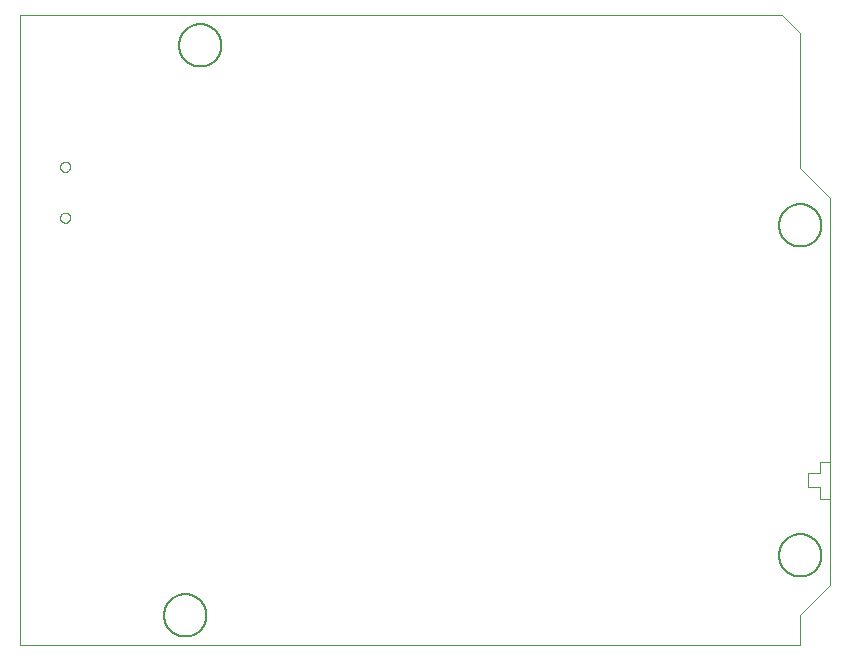
<source format=gbp>
G75*
%MOIN*%
%OFA0B0*%
%FSLAX25Y25*%
%IPPOS*%
%LPD*%
%AMOC8*
5,1,8,0,0,1.08239X$1,22.5*
%
%ADD10C,0.00000*%
%ADD11C,0.00500*%
D10*
X0015046Y0005000D02*
X0015046Y0215000D01*
X0269046Y0215000D01*
X0275046Y0209000D01*
X0275046Y0164000D01*
X0285046Y0154000D01*
X0285046Y0025000D01*
X0275046Y0015000D01*
X0275046Y0005000D01*
X0015046Y0005000D01*
X0028335Y0147520D02*
X0028337Y0147601D01*
X0028343Y0147683D01*
X0028353Y0147764D01*
X0028367Y0147844D01*
X0028384Y0147923D01*
X0028406Y0148002D01*
X0028431Y0148079D01*
X0028460Y0148156D01*
X0028493Y0148230D01*
X0028530Y0148303D01*
X0028569Y0148374D01*
X0028613Y0148443D01*
X0028659Y0148510D01*
X0028709Y0148574D01*
X0028762Y0148636D01*
X0028818Y0148696D01*
X0028876Y0148752D01*
X0028938Y0148806D01*
X0029002Y0148857D01*
X0029068Y0148904D01*
X0029136Y0148948D01*
X0029207Y0148989D01*
X0029279Y0149026D01*
X0029354Y0149060D01*
X0029429Y0149090D01*
X0029507Y0149116D01*
X0029585Y0149139D01*
X0029664Y0149157D01*
X0029744Y0149172D01*
X0029825Y0149183D01*
X0029906Y0149190D01*
X0029988Y0149193D01*
X0030069Y0149192D01*
X0030150Y0149187D01*
X0030231Y0149178D01*
X0030312Y0149165D01*
X0030392Y0149148D01*
X0030470Y0149128D01*
X0030548Y0149103D01*
X0030625Y0149075D01*
X0030700Y0149043D01*
X0030773Y0149008D01*
X0030844Y0148969D01*
X0030914Y0148926D01*
X0030981Y0148881D01*
X0031047Y0148832D01*
X0031109Y0148780D01*
X0031169Y0148724D01*
X0031226Y0148666D01*
X0031281Y0148606D01*
X0031332Y0148542D01*
X0031380Y0148477D01*
X0031425Y0148409D01*
X0031467Y0148339D01*
X0031505Y0148267D01*
X0031540Y0148193D01*
X0031571Y0148118D01*
X0031598Y0148041D01*
X0031621Y0147963D01*
X0031641Y0147884D01*
X0031657Y0147804D01*
X0031669Y0147723D01*
X0031677Y0147642D01*
X0031681Y0147561D01*
X0031681Y0147479D01*
X0031677Y0147398D01*
X0031669Y0147317D01*
X0031657Y0147236D01*
X0031641Y0147156D01*
X0031621Y0147077D01*
X0031598Y0146999D01*
X0031571Y0146922D01*
X0031540Y0146847D01*
X0031505Y0146773D01*
X0031467Y0146701D01*
X0031425Y0146631D01*
X0031380Y0146563D01*
X0031332Y0146498D01*
X0031281Y0146434D01*
X0031226Y0146374D01*
X0031169Y0146316D01*
X0031109Y0146260D01*
X0031047Y0146208D01*
X0030981Y0146159D01*
X0030914Y0146114D01*
X0030845Y0146071D01*
X0030773Y0146032D01*
X0030700Y0145997D01*
X0030625Y0145965D01*
X0030548Y0145937D01*
X0030470Y0145912D01*
X0030392Y0145892D01*
X0030312Y0145875D01*
X0030231Y0145862D01*
X0030150Y0145853D01*
X0030069Y0145848D01*
X0029988Y0145847D01*
X0029906Y0145850D01*
X0029825Y0145857D01*
X0029744Y0145868D01*
X0029664Y0145883D01*
X0029585Y0145901D01*
X0029507Y0145924D01*
X0029429Y0145950D01*
X0029354Y0145980D01*
X0029279Y0146014D01*
X0029207Y0146051D01*
X0029136Y0146092D01*
X0029068Y0146136D01*
X0029002Y0146183D01*
X0028938Y0146234D01*
X0028876Y0146288D01*
X0028818Y0146344D01*
X0028762Y0146404D01*
X0028709Y0146466D01*
X0028659Y0146530D01*
X0028613Y0146597D01*
X0028569Y0146666D01*
X0028530Y0146737D01*
X0028493Y0146810D01*
X0028460Y0146884D01*
X0028431Y0146961D01*
X0028406Y0147038D01*
X0028384Y0147117D01*
X0028367Y0147196D01*
X0028353Y0147276D01*
X0028343Y0147357D01*
X0028337Y0147439D01*
X0028335Y0147520D01*
X0028335Y0164480D02*
X0028337Y0164561D01*
X0028343Y0164643D01*
X0028353Y0164724D01*
X0028367Y0164804D01*
X0028384Y0164883D01*
X0028406Y0164962D01*
X0028431Y0165039D01*
X0028460Y0165116D01*
X0028493Y0165190D01*
X0028530Y0165263D01*
X0028569Y0165334D01*
X0028613Y0165403D01*
X0028659Y0165470D01*
X0028709Y0165534D01*
X0028762Y0165596D01*
X0028818Y0165656D01*
X0028876Y0165712D01*
X0028938Y0165766D01*
X0029002Y0165817D01*
X0029068Y0165864D01*
X0029136Y0165908D01*
X0029207Y0165949D01*
X0029279Y0165986D01*
X0029354Y0166020D01*
X0029429Y0166050D01*
X0029507Y0166076D01*
X0029585Y0166099D01*
X0029664Y0166117D01*
X0029744Y0166132D01*
X0029825Y0166143D01*
X0029906Y0166150D01*
X0029988Y0166153D01*
X0030069Y0166152D01*
X0030150Y0166147D01*
X0030231Y0166138D01*
X0030312Y0166125D01*
X0030392Y0166108D01*
X0030470Y0166088D01*
X0030548Y0166063D01*
X0030625Y0166035D01*
X0030700Y0166003D01*
X0030773Y0165968D01*
X0030844Y0165929D01*
X0030914Y0165886D01*
X0030981Y0165841D01*
X0031047Y0165792D01*
X0031109Y0165740D01*
X0031169Y0165684D01*
X0031226Y0165626D01*
X0031281Y0165566D01*
X0031332Y0165502D01*
X0031380Y0165437D01*
X0031425Y0165369D01*
X0031467Y0165299D01*
X0031505Y0165227D01*
X0031540Y0165153D01*
X0031571Y0165078D01*
X0031598Y0165001D01*
X0031621Y0164923D01*
X0031641Y0164844D01*
X0031657Y0164764D01*
X0031669Y0164683D01*
X0031677Y0164602D01*
X0031681Y0164521D01*
X0031681Y0164439D01*
X0031677Y0164358D01*
X0031669Y0164277D01*
X0031657Y0164196D01*
X0031641Y0164116D01*
X0031621Y0164037D01*
X0031598Y0163959D01*
X0031571Y0163882D01*
X0031540Y0163807D01*
X0031505Y0163733D01*
X0031467Y0163661D01*
X0031425Y0163591D01*
X0031380Y0163523D01*
X0031332Y0163458D01*
X0031281Y0163394D01*
X0031226Y0163334D01*
X0031169Y0163276D01*
X0031109Y0163220D01*
X0031047Y0163168D01*
X0030981Y0163119D01*
X0030914Y0163074D01*
X0030845Y0163031D01*
X0030773Y0162992D01*
X0030700Y0162957D01*
X0030625Y0162925D01*
X0030548Y0162897D01*
X0030470Y0162872D01*
X0030392Y0162852D01*
X0030312Y0162835D01*
X0030231Y0162822D01*
X0030150Y0162813D01*
X0030069Y0162808D01*
X0029988Y0162807D01*
X0029906Y0162810D01*
X0029825Y0162817D01*
X0029744Y0162828D01*
X0029664Y0162843D01*
X0029585Y0162861D01*
X0029507Y0162884D01*
X0029429Y0162910D01*
X0029354Y0162940D01*
X0029279Y0162974D01*
X0029207Y0163011D01*
X0029136Y0163052D01*
X0029068Y0163096D01*
X0029002Y0163143D01*
X0028938Y0163194D01*
X0028876Y0163248D01*
X0028818Y0163304D01*
X0028762Y0163364D01*
X0028709Y0163426D01*
X0028659Y0163490D01*
X0028613Y0163557D01*
X0028569Y0163626D01*
X0028530Y0163697D01*
X0028493Y0163770D01*
X0028460Y0163844D01*
X0028431Y0163921D01*
X0028406Y0163998D01*
X0028384Y0164077D01*
X0028367Y0164156D01*
X0028353Y0164236D01*
X0028343Y0164317D01*
X0028337Y0164399D01*
X0028335Y0164480D01*
X0277746Y0062300D02*
X0277746Y0057900D01*
X0281646Y0057900D01*
X0281646Y0053900D01*
X0285046Y0053900D01*
X0285046Y0053800D01*
X0281546Y0062300D02*
X0277746Y0062300D01*
X0281546Y0062300D02*
X0281546Y0066100D01*
X0285046Y0066100D01*
D11*
X0267975Y0035000D02*
X0267977Y0035174D01*
X0267984Y0035347D01*
X0267994Y0035520D01*
X0268009Y0035693D01*
X0268028Y0035866D01*
X0268052Y0036038D01*
X0268079Y0036209D01*
X0268111Y0036379D01*
X0268147Y0036549D01*
X0268187Y0036718D01*
X0268231Y0036886D01*
X0268279Y0037053D01*
X0268332Y0037218D01*
X0268388Y0037382D01*
X0268449Y0037545D01*
X0268513Y0037706D01*
X0268582Y0037865D01*
X0268654Y0038023D01*
X0268730Y0038179D01*
X0268810Y0038333D01*
X0268894Y0038485D01*
X0268981Y0038635D01*
X0269072Y0038783D01*
X0269167Y0038928D01*
X0269265Y0039072D01*
X0269367Y0039212D01*
X0269472Y0039350D01*
X0269580Y0039486D01*
X0269692Y0039619D01*
X0269807Y0039749D01*
X0269925Y0039876D01*
X0270046Y0040000D01*
X0270170Y0040121D01*
X0270297Y0040239D01*
X0270427Y0040354D01*
X0270560Y0040466D01*
X0270696Y0040574D01*
X0270834Y0040679D01*
X0270974Y0040781D01*
X0271118Y0040879D01*
X0271263Y0040974D01*
X0271411Y0041065D01*
X0271561Y0041152D01*
X0271713Y0041236D01*
X0271867Y0041316D01*
X0272023Y0041392D01*
X0272181Y0041464D01*
X0272340Y0041533D01*
X0272501Y0041597D01*
X0272664Y0041658D01*
X0272828Y0041714D01*
X0272993Y0041767D01*
X0273160Y0041815D01*
X0273328Y0041859D01*
X0273497Y0041899D01*
X0273667Y0041935D01*
X0273837Y0041967D01*
X0274008Y0041994D01*
X0274180Y0042018D01*
X0274353Y0042037D01*
X0274526Y0042052D01*
X0274699Y0042062D01*
X0274872Y0042069D01*
X0275046Y0042071D01*
X0275220Y0042069D01*
X0275393Y0042062D01*
X0275566Y0042052D01*
X0275739Y0042037D01*
X0275912Y0042018D01*
X0276084Y0041994D01*
X0276255Y0041967D01*
X0276425Y0041935D01*
X0276595Y0041899D01*
X0276764Y0041859D01*
X0276932Y0041815D01*
X0277099Y0041767D01*
X0277264Y0041714D01*
X0277428Y0041658D01*
X0277591Y0041597D01*
X0277752Y0041533D01*
X0277911Y0041464D01*
X0278069Y0041392D01*
X0278225Y0041316D01*
X0278379Y0041236D01*
X0278531Y0041152D01*
X0278681Y0041065D01*
X0278829Y0040974D01*
X0278974Y0040879D01*
X0279118Y0040781D01*
X0279258Y0040679D01*
X0279396Y0040574D01*
X0279532Y0040466D01*
X0279665Y0040354D01*
X0279795Y0040239D01*
X0279922Y0040121D01*
X0280046Y0040000D01*
X0280167Y0039876D01*
X0280285Y0039749D01*
X0280400Y0039619D01*
X0280512Y0039486D01*
X0280620Y0039350D01*
X0280725Y0039212D01*
X0280827Y0039072D01*
X0280925Y0038928D01*
X0281020Y0038783D01*
X0281111Y0038635D01*
X0281198Y0038485D01*
X0281282Y0038333D01*
X0281362Y0038179D01*
X0281438Y0038023D01*
X0281510Y0037865D01*
X0281579Y0037706D01*
X0281643Y0037545D01*
X0281704Y0037382D01*
X0281760Y0037218D01*
X0281813Y0037053D01*
X0281861Y0036886D01*
X0281905Y0036718D01*
X0281945Y0036549D01*
X0281981Y0036379D01*
X0282013Y0036209D01*
X0282040Y0036038D01*
X0282064Y0035866D01*
X0282083Y0035693D01*
X0282098Y0035520D01*
X0282108Y0035347D01*
X0282115Y0035174D01*
X0282117Y0035000D01*
X0282115Y0034826D01*
X0282108Y0034653D01*
X0282098Y0034480D01*
X0282083Y0034307D01*
X0282064Y0034134D01*
X0282040Y0033962D01*
X0282013Y0033791D01*
X0281981Y0033621D01*
X0281945Y0033451D01*
X0281905Y0033282D01*
X0281861Y0033114D01*
X0281813Y0032947D01*
X0281760Y0032782D01*
X0281704Y0032618D01*
X0281643Y0032455D01*
X0281579Y0032294D01*
X0281510Y0032135D01*
X0281438Y0031977D01*
X0281362Y0031821D01*
X0281282Y0031667D01*
X0281198Y0031515D01*
X0281111Y0031365D01*
X0281020Y0031217D01*
X0280925Y0031072D01*
X0280827Y0030928D01*
X0280725Y0030788D01*
X0280620Y0030650D01*
X0280512Y0030514D01*
X0280400Y0030381D01*
X0280285Y0030251D01*
X0280167Y0030124D01*
X0280046Y0030000D01*
X0279922Y0029879D01*
X0279795Y0029761D01*
X0279665Y0029646D01*
X0279532Y0029534D01*
X0279396Y0029426D01*
X0279258Y0029321D01*
X0279118Y0029219D01*
X0278974Y0029121D01*
X0278829Y0029026D01*
X0278681Y0028935D01*
X0278531Y0028848D01*
X0278379Y0028764D01*
X0278225Y0028684D01*
X0278069Y0028608D01*
X0277911Y0028536D01*
X0277752Y0028467D01*
X0277591Y0028403D01*
X0277428Y0028342D01*
X0277264Y0028286D01*
X0277099Y0028233D01*
X0276932Y0028185D01*
X0276764Y0028141D01*
X0276595Y0028101D01*
X0276425Y0028065D01*
X0276255Y0028033D01*
X0276084Y0028006D01*
X0275912Y0027982D01*
X0275739Y0027963D01*
X0275566Y0027948D01*
X0275393Y0027938D01*
X0275220Y0027931D01*
X0275046Y0027929D01*
X0274872Y0027931D01*
X0274699Y0027938D01*
X0274526Y0027948D01*
X0274353Y0027963D01*
X0274180Y0027982D01*
X0274008Y0028006D01*
X0273837Y0028033D01*
X0273667Y0028065D01*
X0273497Y0028101D01*
X0273328Y0028141D01*
X0273160Y0028185D01*
X0272993Y0028233D01*
X0272828Y0028286D01*
X0272664Y0028342D01*
X0272501Y0028403D01*
X0272340Y0028467D01*
X0272181Y0028536D01*
X0272023Y0028608D01*
X0271867Y0028684D01*
X0271713Y0028764D01*
X0271561Y0028848D01*
X0271411Y0028935D01*
X0271263Y0029026D01*
X0271118Y0029121D01*
X0270974Y0029219D01*
X0270834Y0029321D01*
X0270696Y0029426D01*
X0270560Y0029534D01*
X0270427Y0029646D01*
X0270297Y0029761D01*
X0270170Y0029879D01*
X0270046Y0030000D01*
X0269925Y0030124D01*
X0269807Y0030251D01*
X0269692Y0030381D01*
X0269580Y0030514D01*
X0269472Y0030650D01*
X0269367Y0030788D01*
X0269265Y0030928D01*
X0269167Y0031072D01*
X0269072Y0031217D01*
X0268981Y0031365D01*
X0268894Y0031515D01*
X0268810Y0031667D01*
X0268730Y0031821D01*
X0268654Y0031977D01*
X0268582Y0032135D01*
X0268513Y0032294D01*
X0268449Y0032455D01*
X0268388Y0032618D01*
X0268332Y0032782D01*
X0268279Y0032947D01*
X0268231Y0033114D01*
X0268187Y0033282D01*
X0268147Y0033451D01*
X0268111Y0033621D01*
X0268079Y0033791D01*
X0268052Y0033962D01*
X0268028Y0034134D01*
X0268009Y0034307D01*
X0267994Y0034480D01*
X0267984Y0034653D01*
X0267977Y0034826D01*
X0267975Y0035000D01*
X0267975Y0145000D02*
X0267977Y0145174D01*
X0267984Y0145347D01*
X0267994Y0145520D01*
X0268009Y0145693D01*
X0268028Y0145866D01*
X0268052Y0146038D01*
X0268079Y0146209D01*
X0268111Y0146379D01*
X0268147Y0146549D01*
X0268187Y0146718D01*
X0268231Y0146886D01*
X0268279Y0147053D01*
X0268332Y0147218D01*
X0268388Y0147382D01*
X0268449Y0147545D01*
X0268513Y0147706D01*
X0268582Y0147865D01*
X0268654Y0148023D01*
X0268730Y0148179D01*
X0268810Y0148333D01*
X0268894Y0148485D01*
X0268981Y0148635D01*
X0269072Y0148783D01*
X0269167Y0148928D01*
X0269265Y0149072D01*
X0269367Y0149212D01*
X0269472Y0149350D01*
X0269580Y0149486D01*
X0269692Y0149619D01*
X0269807Y0149749D01*
X0269925Y0149876D01*
X0270046Y0150000D01*
X0270170Y0150121D01*
X0270297Y0150239D01*
X0270427Y0150354D01*
X0270560Y0150466D01*
X0270696Y0150574D01*
X0270834Y0150679D01*
X0270974Y0150781D01*
X0271118Y0150879D01*
X0271263Y0150974D01*
X0271411Y0151065D01*
X0271561Y0151152D01*
X0271713Y0151236D01*
X0271867Y0151316D01*
X0272023Y0151392D01*
X0272181Y0151464D01*
X0272340Y0151533D01*
X0272501Y0151597D01*
X0272664Y0151658D01*
X0272828Y0151714D01*
X0272993Y0151767D01*
X0273160Y0151815D01*
X0273328Y0151859D01*
X0273497Y0151899D01*
X0273667Y0151935D01*
X0273837Y0151967D01*
X0274008Y0151994D01*
X0274180Y0152018D01*
X0274353Y0152037D01*
X0274526Y0152052D01*
X0274699Y0152062D01*
X0274872Y0152069D01*
X0275046Y0152071D01*
X0275220Y0152069D01*
X0275393Y0152062D01*
X0275566Y0152052D01*
X0275739Y0152037D01*
X0275912Y0152018D01*
X0276084Y0151994D01*
X0276255Y0151967D01*
X0276425Y0151935D01*
X0276595Y0151899D01*
X0276764Y0151859D01*
X0276932Y0151815D01*
X0277099Y0151767D01*
X0277264Y0151714D01*
X0277428Y0151658D01*
X0277591Y0151597D01*
X0277752Y0151533D01*
X0277911Y0151464D01*
X0278069Y0151392D01*
X0278225Y0151316D01*
X0278379Y0151236D01*
X0278531Y0151152D01*
X0278681Y0151065D01*
X0278829Y0150974D01*
X0278974Y0150879D01*
X0279118Y0150781D01*
X0279258Y0150679D01*
X0279396Y0150574D01*
X0279532Y0150466D01*
X0279665Y0150354D01*
X0279795Y0150239D01*
X0279922Y0150121D01*
X0280046Y0150000D01*
X0280167Y0149876D01*
X0280285Y0149749D01*
X0280400Y0149619D01*
X0280512Y0149486D01*
X0280620Y0149350D01*
X0280725Y0149212D01*
X0280827Y0149072D01*
X0280925Y0148928D01*
X0281020Y0148783D01*
X0281111Y0148635D01*
X0281198Y0148485D01*
X0281282Y0148333D01*
X0281362Y0148179D01*
X0281438Y0148023D01*
X0281510Y0147865D01*
X0281579Y0147706D01*
X0281643Y0147545D01*
X0281704Y0147382D01*
X0281760Y0147218D01*
X0281813Y0147053D01*
X0281861Y0146886D01*
X0281905Y0146718D01*
X0281945Y0146549D01*
X0281981Y0146379D01*
X0282013Y0146209D01*
X0282040Y0146038D01*
X0282064Y0145866D01*
X0282083Y0145693D01*
X0282098Y0145520D01*
X0282108Y0145347D01*
X0282115Y0145174D01*
X0282117Y0145000D01*
X0282115Y0144826D01*
X0282108Y0144653D01*
X0282098Y0144480D01*
X0282083Y0144307D01*
X0282064Y0144134D01*
X0282040Y0143962D01*
X0282013Y0143791D01*
X0281981Y0143621D01*
X0281945Y0143451D01*
X0281905Y0143282D01*
X0281861Y0143114D01*
X0281813Y0142947D01*
X0281760Y0142782D01*
X0281704Y0142618D01*
X0281643Y0142455D01*
X0281579Y0142294D01*
X0281510Y0142135D01*
X0281438Y0141977D01*
X0281362Y0141821D01*
X0281282Y0141667D01*
X0281198Y0141515D01*
X0281111Y0141365D01*
X0281020Y0141217D01*
X0280925Y0141072D01*
X0280827Y0140928D01*
X0280725Y0140788D01*
X0280620Y0140650D01*
X0280512Y0140514D01*
X0280400Y0140381D01*
X0280285Y0140251D01*
X0280167Y0140124D01*
X0280046Y0140000D01*
X0279922Y0139879D01*
X0279795Y0139761D01*
X0279665Y0139646D01*
X0279532Y0139534D01*
X0279396Y0139426D01*
X0279258Y0139321D01*
X0279118Y0139219D01*
X0278974Y0139121D01*
X0278829Y0139026D01*
X0278681Y0138935D01*
X0278531Y0138848D01*
X0278379Y0138764D01*
X0278225Y0138684D01*
X0278069Y0138608D01*
X0277911Y0138536D01*
X0277752Y0138467D01*
X0277591Y0138403D01*
X0277428Y0138342D01*
X0277264Y0138286D01*
X0277099Y0138233D01*
X0276932Y0138185D01*
X0276764Y0138141D01*
X0276595Y0138101D01*
X0276425Y0138065D01*
X0276255Y0138033D01*
X0276084Y0138006D01*
X0275912Y0137982D01*
X0275739Y0137963D01*
X0275566Y0137948D01*
X0275393Y0137938D01*
X0275220Y0137931D01*
X0275046Y0137929D01*
X0274872Y0137931D01*
X0274699Y0137938D01*
X0274526Y0137948D01*
X0274353Y0137963D01*
X0274180Y0137982D01*
X0274008Y0138006D01*
X0273837Y0138033D01*
X0273667Y0138065D01*
X0273497Y0138101D01*
X0273328Y0138141D01*
X0273160Y0138185D01*
X0272993Y0138233D01*
X0272828Y0138286D01*
X0272664Y0138342D01*
X0272501Y0138403D01*
X0272340Y0138467D01*
X0272181Y0138536D01*
X0272023Y0138608D01*
X0271867Y0138684D01*
X0271713Y0138764D01*
X0271561Y0138848D01*
X0271411Y0138935D01*
X0271263Y0139026D01*
X0271118Y0139121D01*
X0270974Y0139219D01*
X0270834Y0139321D01*
X0270696Y0139426D01*
X0270560Y0139534D01*
X0270427Y0139646D01*
X0270297Y0139761D01*
X0270170Y0139879D01*
X0270046Y0140000D01*
X0269925Y0140124D01*
X0269807Y0140251D01*
X0269692Y0140381D01*
X0269580Y0140514D01*
X0269472Y0140650D01*
X0269367Y0140788D01*
X0269265Y0140928D01*
X0269167Y0141072D01*
X0269072Y0141217D01*
X0268981Y0141365D01*
X0268894Y0141515D01*
X0268810Y0141667D01*
X0268730Y0141821D01*
X0268654Y0141977D01*
X0268582Y0142135D01*
X0268513Y0142294D01*
X0268449Y0142455D01*
X0268388Y0142618D01*
X0268332Y0142782D01*
X0268279Y0142947D01*
X0268231Y0143114D01*
X0268187Y0143282D01*
X0268147Y0143451D01*
X0268111Y0143621D01*
X0268079Y0143791D01*
X0268052Y0143962D01*
X0268028Y0144134D01*
X0268009Y0144307D01*
X0267994Y0144480D01*
X0267984Y0144653D01*
X0267977Y0144826D01*
X0267975Y0145000D01*
X0067975Y0205000D02*
X0067977Y0205174D01*
X0067984Y0205347D01*
X0067994Y0205520D01*
X0068009Y0205693D01*
X0068028Y0205866D01*
X0068052Y0206038D01*
X0068079Y0206209D01*
X0068111Y0206379D01*
X0068147Y0206549D01*
X0068187Y0206718D01*
X0068231Y0206886D01*
X0068279Y0207053D01*
X0068332Y0207218D01*
X0068388Y0207382D01*
X0068449Y0207545D01*
X0068513Y0207706D01*
X0068582Y0207865D01*
X0068654Y0208023D01*
X0068730Y0208179D01*
X0068810Y0208333D01*
X0068894Y0208485D01*
X0068981Y0208635D01*
X0069072Y0208783D01*
X0069167Y0208928D01*
X0069265Y0209072D01*
X0069367Y0209212D01*
X0069472Y0209350D01*
X0069580Y0209486D01*
X0069692Y0209619D01*
X0069807Y0209749D01*
X0069925Y0209876D01*
X0070046Y0210000D01*
X0070170Y0210121D01*
X0070297Y0210239D01*
X0070427Y0210354D01*
X0070560Y0210466D01*
X0070696Y0210574D01*
X0070834Y0210679D01*
X0070974Y0210781D01*
X0071118Y0210879D01*
X0071263Y0210974D01*
X0071411Y0211065D01*
X0071561Y0211152D01*
X0071713Y0211236D01*
X0071867Y0211316D01*
X0072023Y0211392D01*
X0072181Y0211464D01*
X0072340Y0211533D01*
X0072501Y0211597D01*
X0072664Y0211658D01*
X0072828Y0211714D01*
X0072993Y0211767D01*
X0073160Y0211815D01*
X0073328Y0211859D01*
X0073497Y0211899D01*
X0073667Y0211935D01*
X0073837Y0211967D01*
X0074008Y0211994D01*
X0074180Y0212018D01*
X0074353Y0212037D01*
X0074526Y0212052D01*
X0074699Y0212062D01*
X0074872Y0212069D01*
X0075046Y0212071D01*
X0075220Y0212069D01*
X0075393Y0212062D01*
X0075566Y0212052D01*
X0075739Y0212037D01*
X0075912Y0212018D01*
X0076084Y0211994D01*
X0076255Y0211967D01*
X0076425Y0211935D01*
X0076595Y0211899D01*
X0076764Y0211859D01*
X0076932Y0211815D01*
X0077099Y0211767D01*
X0077264Y0211714D01*
X0077428Y0211658D01*
X0077591Y0211597D01*
X0077752Y0211533D01*
X0077911Y0211464D01*
X0078069Y0211392D01*
X0078225Y0211316D01*
X0078379Y0211236D01*
X0078531Y0211152D01*
X0078681Y0211065D01*
X0078829Y0210974D01*
X0078974Y0210879D01*
X0079118Y0210781D01*
X0079258Y0210679D01*
X0079396Y0210574D01*
X0079532Y0210466D01*
X0079665Y0210354D01*
X0079795Y0210239D01*
X0079922Y0210121D01*
X0080046Y0210000D01*
X0080167Y0209876D01*
X0080285Y0209749D01*
X0080400Y0209619D01*
X0080512Y0209486D01*
X0080620Y0209350D01*
X0080725Y0209212D01*
X0080827Y0209072D01*
X0080925Y0208928D01*
X0081020Y0208783D01*
X0081111Y0208635D01*
X0081198Y0208485D01*
X0081282Y0208333D01*
X0081362Y0208179D01*
X0081438Y0208023D01*
X0081510Y0207865D01*
X0081579Y0207706D01*
X0081643Y0207545D01*
X0081704Y0207382D01*
X0081760Y0207218D01*
X0081813Y0207053D01*
X0081861Y0206886D01*
X0081905Y0206718D01*
X0081945Y0206549D01*
X0081981Y0206379D01*
X0082013Y0206209D01*
X0082040Y0206038D01*
X0082064Y0205866D01*
X0082083Y0205693D01*
X0082098Y0205520D01*
X0082108Y0205347D01*
X0082115Y0205174D01*
X0082117Y0205000D01*
X0082115Y0204826D01*
X0082108Y0204653D01*
X0082098Y0204480D01*
X0082083Y0204307D01*
X0082064Y0204134D01*
X0082040Y0203962D01*
X0082013Y0203791D01*
X0081981Y0203621D01*
X0081945Y0203451D01*
X0081905Y0203282D01*
X0081861Y0203114D01*
X0081813Y0202947D01*
X0081760Y0202782D01*
X0081704Y0202618D01*
X0081643Y0202455D01*
X0081579Y0202294D01*
X0081510Y0202135D01*
X0081438Y0201977D01*
X0081362Y0201821D01*
X0081282Y0201667D01*
X0081198Y0201515D01*
X0081111Y0201365D01*
X0081020Y0201217D01*
X0080925Y0201072D01*
X0080827Y0200928D01*
X0080725Y0200788D01*
X0080620Y0200650D01*
X0080512Y0200514D01*
X0080400Y0200381D01*
X0080285Y0200251D01*
X0080167Y0200124D01*
X0080046Y0200000D01*
X0079922Y0199879D01*
X0079795Y0199761D01*
X0079665Y0199646D01*
X0079532Y0199534D01*
X0079396Y0199426D01*
X0079258Y0199321D01*
X0079118Y0199219D01*
X0078974Y0199121D01*
X0078829Y0199026D01*
X0078681Y0198935D01*
X0078531Y0198848D01*
X0078379Y0198764D01*
X0078225Y0198684D01*
X0078069Y0198608D01*
X0077911Y0198536D01*
X0077752Y0198467D01*
X0077591Y0198403D01*
X0077428Y0198342D01*
X0077264Y0198286D01*
X0077099Y0198233D01*
X0076932Y0198185D01*
X0076764Y0198141D01*
X0076595Y0198101D01*
X0076425Y0198065D01*
X0076255Y0198033D01*
X0076084Y0198006D01*
X0075912Y0197982D01*
X0075739Y0197963D01*
X0075566Y0197948D01*
X0075393Y0197938D01*
X0075220Y0197931D01*
X0075046Y0197929D01*
X0074872Y0197931D01*
X0074699Y0197938D01*
X0074526Y0197948D01*
X0074353Y0197963D01*
X0074180Y0197982D01*
X0074008Y0198006D01*
X0073837Y0198033D01*
X0073667Y0198065D01*
X0073497Y0198101D01*
X0073328Y0198141D01*
X0073160Y0198185D01*
X0072993Y0198233D01*
X0072828Y0198286D01*
X0072664Y0198342D01*
X0072501Y0198403D01*
X0072340Y0198467D01*
X0072181Y0198536D01*
X0072023Y0198608D01*
X0071867Y0198684D01*
X0071713Y0198764D01*
X0071561Y0198848D01*
X0071411Y0198935D01*
X0071263Y0199026D01*
X0071118Y0199121D01*
X0070974Y0199219D01*
X0070834Y0199321D01*
X0070696Y0199426D01*
X0070560Y0199534D01*
X0070427Y0199646D01*
X0070297Y0199761D01*
X0070170Y0199879D01*
X0070046Y0200000D01*
X0069925Y0200124D01*
X0069807Y0200251D01*
X0069692Y0200381D01*
X0069580Y0200514D01*
X0069472Y0200650D01*
X0069367Y0200788D01*
X0069265Y0200928D01*
X0069167Y0201072D01*
X0069072Y0201217D01*
X0068981Y0201365D01*
X0068894Y0201515D01*
X0068810Y0201667D01*
X0068730Y0201821D01*
X0068654Y0201977D01*
X0068582Y0202135D01*
X0068513Y0202294D01*
X0068449Y0202455D01*
X0068388Y0202618D01*
X0068332Y0202782D01*
X0068279Y0202947D01*
X0068231Y0203114D01*
X0068187Y0203282D01*
X0068147Y0203451D01*
X0068111Y0203621D01*
X0068079Y0203791D01*
X0068052Y0203962D01*
X0068028Y0204134D01*
X0068009Y0204307D01*
X0067994Y0204480D01*
X0067984Y0204653D01*
X0067977Y0204826D01*
X0067975Y0205000D01*
X0062975Y0015000D02*
X0062977Y0015174D01*
X0062984Y0015347D01*
X0062994Y0015520D01*
X0063009Y0015693D01*
X0063028Y0015866D01*
X0063052Y0016038D01*
X0063079Y0016209D01*
X0063111Y0016379D01*
X0063147Y0016549D01*
X0063187Y0016718D01*
X0063231Y0016886D01*
X0063279Y0017053D01*
X0063332Y0017218D01*
X0063388Y0017382D01*
X0063449Y0017545D01*
X0063513Y0017706D01*
X0063582Y0017865D01*
X0063654Y0018023D01*
X0063730Y0018179D01*
X0063810Y0018333D01*
X0063894Y0018485D01*
X0063981Y0018635D01*
X0064072Y0018783D01*
X0064167Y0018928D01*
X0064265Y0019072D01*
X0064367Y0019212D01*
X0064472Y0019350D01*
X0064580Y0019486D01*
X0064692Y0019619D01*
X0064807Y0019749D01*
X0064925Y0019876D01*
X0065046Y0020000D01*
X0065170Y0020121D01*
X0065297Y0020239D01*
X0065427Y0020354D01*
X0065560Y0020466D01*
X0065696Y0020574D01*
X0065834Y0020679D01*
X0065974Y0020781D01*
X0066118Y0020879D01*
X0066263Y0020974D01*
X0066411Y0021065D01*
X0066561Y0021152D01*
X0066713Y0021236D01*
X0066867Y0021316D01*
X0067023Y0021392D01*
X0067181Y0021464D01*
X0067340Y0021533D01*
X0067501Y0021597D01*
X0067664Y0021658D01*
X0067828Y0021714D01*
X0067993Y0021767D01*
X0068160Y0021815D01*
X0068328Y0021859D01*
X0068497Y0021899D01*
X0068667Y0021935D01*
X0068837Y0021967D01*
X0069008Y0021994D01*
X0069180Y0022018D01*
X0069353Y0022037D01*
X0069526Y0022052D01*
X0069699Y0022062D01*
X0069872Y0022069D01*
X0070046Y0022071D01*
X0070220Y0022069D01*
X0070393Y0022062D01*
X0070566Y0022052D01*
X0070739Y0022037D01*
X0070912Y0022018D01*
X0071084Y0021994D01*
X0071255Y0021967D01*
X0071425Y0021935D01*
X0071595Y0021899D01*
X0071764Y0021859D01*
X0071932Y0021815D01*
X0072099Y0021767D01*
X0072264Y0021714D01*
X0072428Y0021658D01*
X0072591Y0021597D01*
X0072752Y0021533D01*
X0072911Y0021464D01*
X0073069Y0021392D01*
X0073225Y0021316D01*
X0073379Y0021236D01*
X0073531Y0021152D01*
X0073681Y0021065D01*
X0073829Y0020974D01*
X0073974Y0020879D01*
X0074118Y0020781D01*
X0074258Y0020679D01*
X0074396Y0020574D01*
X0074532Y0020466D01*
X0074665Y0020354D01*
X0074795Y0020239D01*
X0074922Y0020121D01*
X0075046Y0020000D01*
X0075167Y0019876D01*
X0075285Y0019749D01*
X0075400Y0019619D01*
X0075512Y0019486D01*
X0075620Y0019350D01*
X0075725Y0019212D01*
X0075827Y0019072D01*
X0075925Y0018928D01*
X0076020Y0018783D01*
X0076111Y0018635D01*
X0076198Y0018485D01*
X0076282Y0018333D01*
X0076362Y0018179D01*
X0076438Y0018023D01*
X0076510Y0017865D01*
X0076579Y0017706D01*
X0076643Y0017545D01*
X0076704Y0017382D01*
X0076760Y0017218D01*
X0076813Y0017053D01*
X0076861Y0016886D01*
X0076905Y0016718D01*
X0076945Y0016549D01*
X0076981Y0016379D01*
X0077013Y0016209D01*
X0077040Y0016038D01*
X0077064Y0015866D01*
X0077083Y0015693D01*
X0077098Y0015520D01*
X0077108Y0015347D01*
X0077115Y0015174D01*
X0077117Y0015000D01*
X0077115Y0014826D01*
X0077108Y0014653D01*
X0077098Y0014480D01*
X0077083Y0014307D01*
X0077064Y0014134D01*
X0077040Y0013962D01*
X0077013Y0013791D01*
X0076981Y0013621D01*
X0076945Y0013451D01*
X0076905Y0013282D01*
X0076861Y0013114D01*
X0076813Y0012947D01*
X0076760Y0012782D01*
X0076704Y0012618D01*
X0076643Y0012455D01*
X0076579Y0012294D01*
X0076510Y0012135D01*
X0076438Y0011977D01*
X0076362Y0011821D01*
X0076282Y0011667D01*
X0076198Y0011515D01*
X0076111Y0011365D01*
X0076020Y0011217D01*
X0075925Y0011072D01*
X0075827Y0010928D01*
X0075725Y0010788D01*
X0075620Y0010650D01*
X0075512Y0010514D01*
X0075400Y0010381D01*
X0075285Y0010251D01*
X0075167Y0010124D01*
X0075046Y0010000D01*
X0074922Y0009879D01*
X0074795Y0009761D01*
X0074665Y0009646D01*
X0074532Y0009534D01*
X0074396Y0009426D01*
X0074258Y0009321D01*
X0074118Y0009219D01*
X0073974Y0009121D01*
X0073829Y0009026D01*
X0073681Y0008935D01*
X0073531Y0008848D01*
X0073379Y0008764D01*
X0073225Y0008684D01*
X0073069Y0008608D01*
X0072911Y0008536D01*
X0072752Y0008467D01*
X0072591Y0008403D01*
X0072428Y0008342D01*
X0072264Y0008286D01*
X0072099Y0008233D01*
X0071932Y0008185D01*
X0071764Y0008141D01*
X0071595Y0008101D01*
X0071425Y0008065D01*
X0071255Y0008033D01*
X0071084Y0008006D01*
X0070912Y0007982D01*
X0070739Y0007963D01*
X0070566Y0007948D01*
X0070393Y0007938D01*
X0070220Y0007931D01*
X0070046Y0007929D01*
X0069872Y0007931D01*
X0069699Y0007938D01*
X0069526Y0007948D01*
X0069353Y0007963D01*
X0069180Y0007982D01*
X0069008Y0008006D01*
X0068837Y0008033D01*
X0068667Y0008065D01*
X0068497Y0008101D01*
X0068328Y0008141D01*
X0068160Y0008185D01*
X0067993Y0008233D01*
X0067828Y0008286D01*
X0067664Y0008342D01*
X0067501Y0008403D01*
X0067340Y0008467D01*
X0067181Y0008536D01*
X0067023Y0008608D01*
X0066867Y0008684D01*
X0066713Y0008764D01*
X0066561Y0008848D01*
X0066411Y0008935D01*
X0066263Y0009026D01*
X0066118Y0009121D01*
X0065974Y0009219D01*
X0065834Y0009321D01*
X0065696Y0009426D01*
X0065560Y0009534D01*
X0065427Y0009646D01*
X0065297Y0009761D01*
X0065170Y0009879D01*
X0065046Y0010000D01*
X0064925Y0010124D01*
X0064807Y0010251D01*
X0064692Y0010381D01*
X0064580Y0010514D01*
X0064472Y0010650D01*
X0064367Y0010788D01*
X0064265Y0010928D01*
X0064167Y0011072D01*
X0064072Y0011217D01*
X0063981Y0011365D01*
X0063894Y0011515D01*
X0063810Y0011667D01*
X0063730Y0011821D01*
X0063654Y0011977D01*
X0063582Y0012135D01*
X0063513Y0012294D01*
X0063449Y0012455D01*
X0063388Y0012618D01*
X0063332Y0012782D01*
X0063279Y0012947D01*
X0063231Y0013114D01*
X0063187Y0013282D01*
X0063147Y0013451D01*
X0063111Y0013621D01*
X0063079Y0013791D01*
X0063052Y0013962D01*
X0063028Y0014134D01*
X0063009Y0014307D01*
X0062994Y0014480D01*
X0062984Y0014653D01*
X0062977Y0014826D01*
X0062975Y0015000D01*
M02*

</source>
